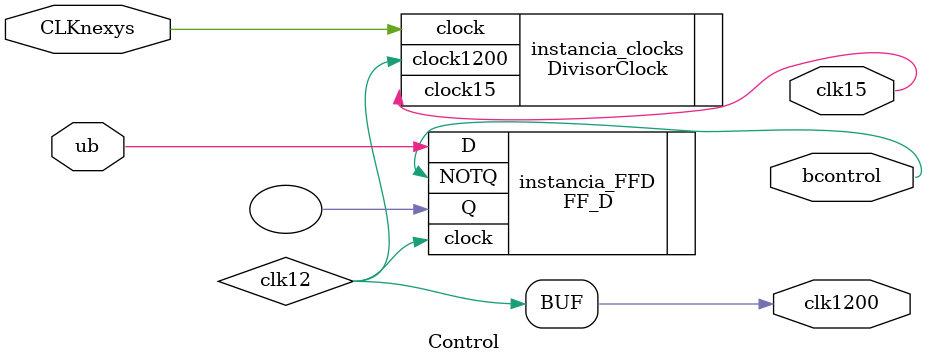
<source format=v>
`timescale 1ns / 1ps
module Control(
input ub,CLKnexys,
output bcontrol, clk1200, clk15
    );
wire clk12;

DivisorClock instancia_clocks (
.clock(CLKnexys), .clock1200(clk12), .clock15(clk15)
);

FF_D instancia_FFD (
.D(ub), .clock(clk12), .Q(), .NOTQ(bcontrol)
);

assign clk1200=clk12;
 
endmodule

</source>
